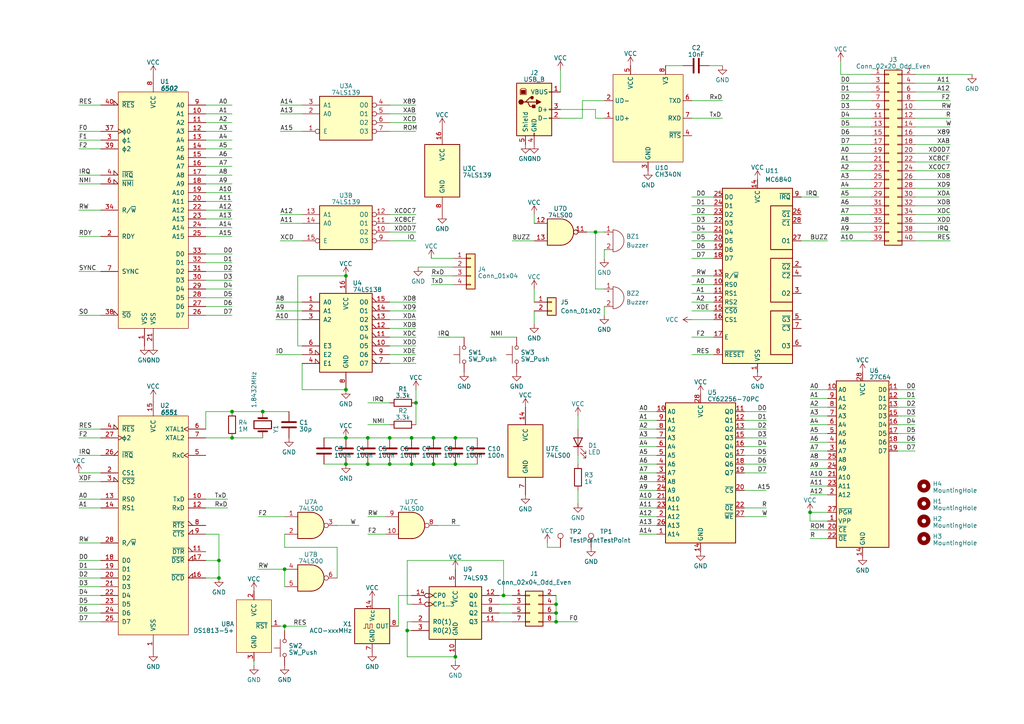
<source format=kicad_sch>
(kicad_sch (version 20231120) (generator "eeschema") (generator_version "8.0")
  (paper "A4")
  (junction (at 146.05 172.72))
  (junction (at 113.03 127))
  (junction (at 119.38 127))
  (junction (at 67.31 127))
  (junction (at 161.29 175.26))
  (junction (at 106.68 127))
  (junction (at 106.68 134.62))
  (junction (at 63.5 167.64))
  (junction (at 100.33 113.03))
  (junction (at 82.55 165.1))
  (junction (at 161.29 180.34))
  (junction (at 82.55 181.61))
  (junction (at 234.95 148.59))
  (junction (at 161.29 177.8))
  (junction (at 113.03 134.62))
  (junction (at 100.33 80.01))
  (junction (at 100.33 127))
  (junction (at 119.38 134.62))
  (junction (at 172.72 67.31))
  (junction (at 118.11 182.88))
  (junction (at 132.08 127))
  (junction (at 125.73 134.62))
  (junction (at 132.08 190.5))
  (junction (at 125.73 127))
  (junction (at 63.5 162.56))
  (junction (at 76.2 119.38))
  (junction (at 132.08 134.62))
  (junction (at 67.31 119.38))
  (junction (at 100.33 134.62))
  (junction (at 120.65 116.84))
  (wire (pts (xy 22.86 127) (xy 29.21 127)))
  (wire (pts (xy 265.43 62.23) (xy 275.59 62.23)))
  (wire (pts (xy 80.01 90.17) (xy 87.63 90.17)))
  (wire (pts (xy 265.43 52.07) (xy 275.59 52.07)))
  (wire (pts (xy 74.93 165.1) (xy 82.55 165.1)))
  (wire (pts (xy 113.03 35.56) (xy 120.65 35.56)))
  (wire (pts (xy 161.29 180.34) (xy 167.64 180.34)))
  (wire (pts (xy 158.75 157.48) (xy 158.75 158.75)))
  (wire (pts (xy 132.08 190.5) (xy 132.08 191.77)))
  (wire (pts (xy 260.35 120.65) (xy 265.43 120.65)))
  (wire (pts (xy 59.69 81.28) (xy 67.31 81.28)))
  (wire (pts (xy 234.95 120.65) (xy 240.03 120.65)))
  (wire (pts (xy 82.55 181.61) (xy 82.55 182.88)))
  (wire (pts (xy 132.08 134.62) (xy 138.43 134.62)))
  (wire (pts (xy 80.01 92.71) (xy 87.63 92.71)))
  (wire (pts (xy 59.69 43.18) (xy 67.31 43.18)))
  (wire (pts (xy 265.43 31.75) (xy 275.59 31.75)))
  (wire (pts (xy 154.94 83.82) (xy 154.94 87.63)))
  (wire (pts (xy 59.69 83.82) (xy 67.31 83.82)))
  (wire (pts (xy 234.95 135.89) (xy 240.03 135.89)))
  (wire (pts (xy 148.59 69.85) (xy 154.94 69.85)))
  (wire (pts (xy 97.79 152.4) (xy 104.14 152.4)))
  (wire (pts (xy 265.43 29.21) (xy 275.59 29.21)))
  (wire (pts (xy 106.68 154.94) (xy 111.76 154.94)))
  (wire (pts (xy 215.9 134.62) (xy 222.25 134.62)))
  (wire (pts (xy 234.95 140.97) (xy 240.03 140.97)))
  (wire (pts (xy 243.84 26.67) (xy 252.73 26.67)))
  (wire (pts (xy 119.38 134.62) (xy 125.73 134.62)))
  (wire (pts (xy 76.2 119.38) (xy 83.82 119.38)))
  (wire (pts (xy 93.98 127) (xy 100.33 127)))
  (wire (pts (xy 81.28 38.1) (xy 87.63 38.1)))
  (wire (pts (xy 172.72 83.82) (xy 172.72 67.31)))
  (wire (pts (xy 265.43 26.67) (xy 275.59 26.67)))
  (wire (pts (xy 22.86 165.1) (xy 29.21 165.1)))
  (wire (pts (xy 113.03 33.02) (xy 120.65 33.02)))
  (wire (pts (xy 185.42 144.78) (xy 190.5 144.78)))
  (wire (pts (xy 234.95 130.81) (xy 240.03 130.81)))
  (wire (pts (xy 22.86 68.58) (xy 29.21 68.58)))
  (wire (pts (xy 234.95 148.59) (xy 240.03 148.59)))
  (wire (pts (xy 87.63 113.03) (xy 100.33 113.03)))
  (wire (pts (xy 168.91 34.29) (xy 162.56 34.29)))
  (wire (pts (xy 265.43 39.37) (xy 275.59 39.37)))
  (wire (pts (xy 59.69 88.9) (xy 67.31 88.9)))
  (wire (pts (xy 125.095 82.55) (xy 131.445 82.55)))
  (wire (pts (xy 193.04 19.05) (xy 198.12 19.05)))
  (wire (pts (xy 162.56 20.32) (xy 162.56 26.67)))
  (wire (pts (xy 200.66 90.17) (xy 207.01 90.17)))
  (wire (pts (xy 175.26 83.82) (xy 172.72 83.82)))
  (wire (pts (xy 185.42 142.24) (xy 190.5 142.24)))
  (wire (pts (xy 200.66 85.09) (xy 207.01 85.09)))
  (wire (pts (xy 215.9 124.46) (xy 222.25 124.46)))
  (wire (pts (xy 113.03 95.25) (xy 120.65 95.25)))
  (wire (pts (xy 200.66 80.01) (xy 207.01 80.01)))
  (wire (pts (xy 234.95 148.59) (xy 234.95 151.13)))
  (wire (pts (xy 158.75 158.75) (xy 162.56 158.75)))
  (wire (pts (xy 22.86 60.96) (xy 29.21 60.96)))
  (wire (pts (xy 113.03 67.31) (xy 120.65 67.31)))
  (wire (pts (xy 127 152.4) (xy 133.35 152.4)))
  (wire (pts (xy 167.64 132.08) (xy 167.64 134.62)))
  (wire (pts (xy 167.64 142.24) (xy 167.64 146.05)))
  (wire (pts (xy 154.94 62.23) (xy 154.94 64.77)))
  (wire (pts (xy 215.9 137.16) (xy 222.25 137.16)))
  (wire (pts (xy 162.56 31.75) (xy 172.72 31.75)))
  (wire (pts (xy 185.42 119.38) (xy 190.5 119.38)))
  (wire (pts (xy 22.86 147.32) (xy 29.21 147.32)))
  (wire (pts (xy 119.38 180.34) (xy 118.11 180.34)))
  (wire (pts (xy 200.66 29.21) (xy 209.55 29.21)))
  (wire (pts (xy 22.86 43.18) (xy 29.21 43.18)))
  (wire (pts (xy 200.66 102.87) (xy 207.01 102.87)))
  (wire (pts (xy 59.69 55.88) (xy 67.31 55.88)))
  (wire (pts (xy 22.86 172.72) (xy 29.21 172.72)))
  (wire (pts (xy 120.65 116.84) (xy 120.65 123.19)))
  (wire (pts (xy 185.42 121.92) (xy 190.5 121.92)))
  (wire (pts (xy 265.43 46.99) (xy 275.59 46.99)))
  (wire (pts (xy 167.64 120.65) (xy 167.64 124.46)))
  (wire (pts (xy 113.03 97.79) (xy 120.65 97.79)))
  (wire (pts (xy 113.03 90.17) (xy 120.65 90.17)))
  (wire (pts (xy 234.95 151.13) (xy 240.03 151.13)))
  (wire (pts (xy 260.35 128.27) (xy 265.43 128.27)))
  (wire (pts (xy 232.41 69.85) (xy 240.03 69.85)))
  (wire (pts (xy 243.84 54.61) (xy 252.73 54.61)))
  (wire (pts (xy 113.03 105.41) (xy 120.65 105.41)))
  (wire (pts (xy 86.36 80.01) (xy 100.33 80.01)))
  (wire (pts (xy 172.72 34.29) (xy 175.26 34.29)))
  (wire (pts (xy 59.69 66.04) (xy 67.31 66.04)))
  (wire (pts (xy 168.91 29.21) (xy 168.91 34.29)))
  (wire (pts (xy 215.9 142.24) (xy 222.25 142.24)))
  (wire (pts (xy 265.43 24.13) (xy 275.59 24.13)))
  (wire (pts (xy 81.28 69.85) (xy 87.63 69.85)))
  (wire (pts (xy 265.43 49.53) (xy 275.59 49.53)))
  (wire (pts (xy 172.72 67.31) (xy 175.26 67.31)))
  (wire (pts (xy 185.42 139.7) (xy 190.5 139.7)))
  (wire (pts (xy 243.84 57.15) (xy 252.73 57.15)))
  (wire (pts (xy 113.03 30.48) (xy 120.65 30.48)))
  (wire (pts (xy 234.95 113.03) (xy 240.03 113.03)))
  (wire (pts (xy 260.35 125.73) (xy 265.43 125.73)))
  (wire (pts (xy 243.84 29.21) (xy 252.73 29.21)))
  (wire (pts (xy 106.68 134.62) (xy 113.03 134.62)))
  (wire (pts (xy 234.95 156.21) (xy 240.03 156.21)))
  (wire (pts (xy 22.86 175.26) (xy 29.21 175.26)))
  (wire (pts (xy 82.55 154.94) (xy 82.55 158.75)))
  (wire (pts (xy 243.84 44.45) (xy 252.73 44.45)))
  (wire (pts (xy 22.86 91.44) (xy 29.21 91.44)))
  (wire (pts (xy 74.93 149.86) (xy 82.55 149.86)))
  (wire (pts (xy 200.66 87.63) (xy 207.01 87.63)))
  (wire (pts (xy 22.86 78.74) (xy 29.21 78.74)))
  (wire (pts (xy 93.98 134.62) (xy 100.33 134.62)))
  (wire (pts (xy 200.66 97.79) (xy 207.01 97.79)))
  (wire (pts (xy 106.68 127) (xy 113.03 127)))
  (wire (pts (xy 113.03 127) (xy 119.38 127)))
  (wire (pts (xy 234.95 115.57) (xy 240.03 115.57)))
  (wire (pts (xy 243.84 39.37) (xy 252.73 39.37)))
  (wire (pts (xy 146.05 172.72) (xy 148.59 172.72)))
  (wire (pts (xy 234.95 138.43) (xy 240.03 138.43)))
  (wire (pts (xy 252.73 21.59) (xy 243.84 21.59)))
  (wire (pts (xy 243.84 41.91) (xy 252.73 41.91)))
  (wire (pts (xy 265.43 69.85) (xy 275.59 69.85)))
  (wire (pts (xy 59.69 144.78) (xy 66.04 144.78)))
  (wire (pts (xy 243.84 64.77) (xy 252.73 64.77)))
  (wire (pts (xy 265.43 41.91) (xy 275.59 41.91)))
  (wire (pts (xy 200.66 62.23) (xy 207.01 62.23)))
  (wire (pts (xy 59.69 147.32) (xy 66.04 147.32)))
  (wire (pts (xy 67.31 119.38) (xy 76.2 119.38)))
  (wire (pts (xy 115.57 172.72) (xy 115.57 181.61)))
  (wire (pts (xy 22.86 40.64) (xy 29.21 40.64)))
  (wire (pts (xy 200.66 72.39) (xy 207.01 72.39)))
  (wire (pts (xy 113.03 87.63) (xy 120.65 87.63)))
  (wire (pts (xy 59.69 127) (xy 67.31 127)))
  (wire (pts (xy 172.72 31.75) (xy 172.72 34.29)))
  (wire (pts (xy 59.69 162.56) (xy 63.5 162.56)))
  (wire (pts (xy 215.9 132.08) (xy 222.25 132.08)))
  (wire (pts (xy 127 97.79) (xy 134.62 97.79)))
  (wire (pts (xy 22.86 53.34) (xy 29.21 53.34)))
  (wire (pts (xy 243.84 24.13) (xy 252.73 24.13)))
  (wire (pts (xy 118.11 182.88) (xy 118.11 190.5)))
  (wire (pts (xy 234.95 118.11) (xy 240.03 118.11)))
  (wire (pts (xy 113.03 62.23) (xy 120.65 62.23)))
  (wire (pts (xy 87.63 100.33) (xy 86.36 100.33)))
  (wire (pts (xy 243.84 67.31) (xy 252.73 67.31)))
  (wire (pts (xy 265.43 34.29) (xy 275.59 34.29)))
  (wire (pts (xy 185.42 129.54) (xy 190.5 129.54)))
  (wire (pts (xy 265.43 57.15) (xy 275.59 57.15)))
  (wire (pts (xy 243.84 62.23) (xy 252.73 62.23)))
  (wire (pts (xy 67.31 127) (xy 76.2 127)))
  (wire (pts (xy 22.86 170.18) (xy 29.21 170.18)))
  (wire (pts (xy 185.42 147.32) (xy 190.5 147.32)))
  (wire (pts (xy 59.69 35.56) (xy 67.31 35.56)))
  (wire (pts (xy 59.69 119.38) (xy 67.31 119.38)))
  (wire (pts (xy 59.69 45.72) (xy 67.31 45.72)))
  (wire (pts (xy 59.69 60.96) (xy 67.31 60.96)))
  (wire (pts (xy 243.84 34.29) (xy 252.73 34.29)))
  (wire (pts (xy 232.41 57.15) (xy 237.49 57.15)))
  (wire (pts (xy 119.38 172.72) (xy 115.57 172.72)))
  (wire (pts (xy 59.69 167.64) (xy 63.5 167.64)))
  (wire (pts (xy 63.5 162.56) (xy 63.5 167.64)))
  (wire (pts (xy 81.28 30.48) (xy 87.63 30.48)))
  (wire (pts (xy 234.95 123.19) (xy 240.03 123.19)))
  (wire (pts (xy 22.86 124.46) (xy 29.21 124.46)))
  (wire (pts (xy 125.73 134.62) (xy 132.08 134.62)))
  (wire (pts (xy 185.42 134.62) (xy 190.5 134.62)))
  (wire (pts (xy 81.28 181.61) (xy 82.55 181.61)))
  (wire (pts (xy 22.86 144.78) (xy 29.21 144.78)))
  (wire (pts (xy 59.69 58.42) (xy 67.31 58.42)))
  (wire (pts (xy 22.86 162.56) (xy 29.21 162.56)))
  (wire (pts (xy 215.9 147.32) (xy 222.25 147.32)))
  (wire (pts (xy 59.69 91.44) (xy 67.31 91.44)))
  (wire (pts (xy 82.55 165.1) (xy 82.55 170.18)))
  (wire (pts (xy 200.66 34.29) (xy 209.55 34.29)))
  (wire (pts (xy 144.78 180.34) (xy 148.59 180.34)))
  (wire (pts (xy 22.86 137.16) (xy 29.21 137.16)))
  (wire (pts (xy 243.84 52.07) (xy 252.73 52.07)))
  (wire (pts (xy 22.86 30.48) (xy 29.21 30.48)))
  (wire (pts (xy 113.03 38.1) (xy 120.65 38.1)))
  (wire (pts (xy 59.69 30.48) (xy 67.31 30.48)))
  (wire (pts (xy 146.05 162.56) (xy 146.05 172.72)))
  (wire (pts (xy 113.03 92.71) (xy 120.65 92.71)))
  (wire (pts (xy 205.74 19.05) (xy 209.55 19.05)))
  (wire (pts (xy 260.35 130.81) (xy 265.43 130.81)))
  (wire (pts (xy 119.38 127) (xy 125.73 127)))
  (wire (pts (xy 200.66 59.69) (xy 207.01 59.69)))
  (wire (pts (xy 118.11 190.5) (xy 132.08 190.5)))
  (wire (pts (xy 132.08 127) (xy 138.43 127)))
  (wire (pts (xy 22.86 180.34) (xy 29.21 180.34)))
  (wire (pts (xy 80.01 102.87) (xy 87.63 102.87)))
  (wire (pts (xy 185.42 149.86) (xy 190.5 149.86)))
  (wire (pts (xy 265.43 67.31) (xy 275.59 67.31)))
  (wire (pts (xy 215.9 127) (xy 222.25 127)))
  (wire (pts (xy 175.26 72.39) (xy 175.26 74.93)))
  (wire (pts (xy 59.69 78.74) (xy 67.31 78.74)))
  (wire (pts (xy 161.29 175.26) (xy 161.29 177.8)))
  (wire (pts (xy 59.69 53.34) (xy 67.31 53.34)))
  (wire (pts (xy 59.69 33.02) (xy 67.31 33.02)))
  (wire (pts (xy 106.68 116.84) (xy 113.03 116.84)))
  (wire (pts (xy 125.73 127) (xy 132.08 127)))
  (wire (pts (xy 81.28 33.02) (xy 87.63 33.02)))
  (wire (pts (xy 185.42 137.16) (xy 190.5 137.16)))
  (wire (pts (xy 106.68 149.86) (xy 111.76 149.86)))
  (wire (pts (xy 265.43 54.61) (xy 275.59 54.61)))
  (wire (pts (xy 200.66 57.15) (xy 207.01 57.15)))
  (wire (pts (xy 120.65 113.03) (xy 120.65 116.84)))
  (wire (pts (xy 260.35 115.57) (xy 265.43 115.57)))
  (wire (pts (xy 59.69 40.64) (xy 67.31 40.64)))
  (wire (pts (xy 144.78 175.26) (xy 148.59 175.26)))
  (wire (pts (xy 185.42 124.46) (xy 190.5 124.46)))
  (wire (pts (xy 97.79 167.64) (xy 97.79 158.75)))
  (wire (pts (xy 113.03 102.87) (xy 120.65 102.87)))
  (wire (pts (xy 243.84 17.78) (xy 243.84 21.59)))
  (wire (pts (xy 243.84 59.69) (xy 252.73 59.69)))
  (wire (pts (xy 81.28 64.77) (xy 87.63 64.77)))
  (wire (pts (xy 215.9 129.54) (xy 222.25 129.54)))
  (wire (pts (xy 22.86 132.08) (xy 29.21 132.08)))
  (wire (pts (xy 161.29 172.72) (xy 161.29 175.26)))
  (wire (pts (xy 63.5 154.94) (xy 63.5 162.56)))
  (wire (pts (xy 59.69 68.58) (xy 67.31 68.58)))
  (wire (pts (xy 200.66 64.77) (xy 207.01 64.77)))
  (wire (pts (xy 118.11 175.26) (xy 118.11 162.56)))
  (wire (pts (xy 265.43 59.69) (xy 275.59 59.69)))
  (wire (pts (xy 125.095 80.01) (xy 131.445 80.01)))
  (wire (pts (xy 22.86 38.1) (xy 29.21 38.1)))
  (wire (pts (xy 215.9 119.38) (xy 222.25 119.38)))
  (wire (pts (xy 113.03 64.77) (xy 120.65 64.77)))
  (wire (pts (xy 170.18 67.31) (xy 172.72 67.31)))
  (wire (pts (xy 119.38 175.26) (xy 118.11 175.26)))
  (wire (pts (xy 234.95 125.73) (xy 240.03 125.73)))
  (wire (pts (xy 265.43 36.83) (xy 275.59 36.83)))
  (wire (pts (xy 243.84 46.99) (xy 252.73 46.99)))
  (wire (pts (xy 59.69 76.2) (xy 67.31 76.2)))
  (wire (pts (xy 265.43 21.59) (xy 281.94 21.59)))
  (wire (pts (xy 118.11 180.34) (xy 118.11 182.88)))
  (wire (pts (xy 59.69 154.94) (xy 63.5 154.94)))
  (wire (pts (xy 200.66 69.85) (xy 207.01 69.85)))
  (wire (pts (xy 243.84 69.85) (xy 252.73 69.85)))
  (wire (pts (xy 234.95 143.51) (xy 240.03 143.51)))
  (wire (pts (xy 118.11 162.56) (xy 146.05 162.56)))
  (wire (pts (xy 22.86 139.7) (xy 29.21 139.7)))
  (wire (pts (xy 144.78 177.8) (xy 148.59 177.8)))
  (wire (pts (xy 73.66 191.77) (xy 73.66 193.04)))
  (wire (pts (xy 243.84 31.75) (xy 252.73 31.75)))
  (wire (pts (xy 80.01 87.63) (xy 87.63 87.63)))
  (wire (pts (xy 59.69 73.66) (xy 67.31 73.66)))
  (wire (pts (xy 265.43 44.45) (xy 275.59 44.45)))
  (wire (pts (xy 200.66 82.55) (xy 207.01 82.55)))
  (wire (pts (xy 142.24 97.79) (xy 149.86 97.79)))
  (wire (pts (xy 118.11 182.88) (xy 119.38 182.88)))
  (wire (pts (xy 106.68 123.19) (xy 113.03 123.19)))
  (wire (pts (xy 200.66 92.71) (xy 207.01 92.71)))
  (wire (pts (xy 82.55 181.61) (xy 88.9 181.61)))
  (wire (pts (xy 59.69 63.5) (xy 67.31 63.5)))
  (wire (pts (xy 243.84 49.53) (xy 252.73 49.53)))
  (wire (pts (xy 59.69 50.8) (xy 67.31 50.8)))
  (wire (pts (xy 243.84 36.83) (xy 252.73 36.83)))
  (wire (pts (xy 22.86 167.64) (xy 29.21 167.64)))
  (wire (pts (xy 185.42 127) (xy 190.5 127)))
  (wire (pts (xy 113.03 69.85) (xy 120.65 69.85)))
  (wire (pts (xy 81.28 62.23) (xy 87.63 62.23)))
  (wire (pts (xy 22.86 157.48) (xy 29.21 157.48)))
  (wire (pts (xy 113.03 134.62) (xy 119.38 134.62)))
  (wire (pts (xy 260.35 118.11) (xy 265.43 118.11)))
  (wire (pts (xy 59.69 38.1) (xy 67.31 38.1)))
  (wire (pts (xy 125.095 74.93) (xy 131.445 74.93)))
  (wire (pts (xy 175.26 88.9) (xy 175.26 91.44)))
  (wire (pts (xy 59.69 48.26) (xy 67.31 48.26)))
  (wire (pts (xy 234.95 128.27) (xy 240.03 128.27)))
  (wire (pts (xy 234.95 153.67) (xy 240.03 153.67)))
  (wire (pts (xy 121.285 77.47) (xy 131.445 77.47)))
  (wire (pts (xy 22.86 50.8) (xy 29.21 50.8)))
  (wire (pts (xy 200.66 74.93) (xy 207.01 74.93)))
  (wire (pts (xy 59.69 124.46) (xy 59.69 119.38)))
  (wire (pts (xy 175.26 29.21) (xy 168.91 29.21)))
  (wire (pts (xy 185.42 152.4) (xy 190.5 152.4)))
  (wire (pts (xy 234.95 133.35) (xy 240.03 133.35)))
  (wire (pts (xy 260.35 113.03) (xy 265.43 113.03)))
  (wire (pts (xy 59.69 86.36) (xy 67.31 86.36)))
  (wire (pts (xy 185.42 154.94) (xy 190.5 154.94)))
  (wire (pts (xy 144.78 172.72) (xy 146.05 172.72)))
  (wire (pts (xy 100.33 127) (xy 106.68 127)))
  (wire (pts (xy 22.86 177.8) (xy 29.21 177.8)))
  (wire (pts (xy 154.94 90.17) (xy 154.94 93.98)))
  (wire (pts (xy 215.9 149.86) (xy 222.25 149.86)))
  (wire (pts (xy 161.29 177.8) (xy 161.29 180.34)))
  (wire (pts (xy 215.9 121.92) (xy 222.25 121.92)))
  (wire (pts (xy 87.63 105.41) (xy 87.63 113.03)))
  (wire (pts (xy 200.66 67.31) (xy 207.01 67.31)))
  (wire (pts (xy 100.33 134.62) (xy 106.68 134.62)))
  (wire (pts (xy 86.36 100.33) (xy 86.36 80.01)))
  (wire (pts (xy 185.42 132.08) (xy 190.5 132.08)))
  (wire (pts (xy 260.35 123.19) (xy 265.43 123.19)))
  (wire (pts (xy 97.79 158.75) (xy 82.55 158.75)))
  (wire (pts (xy 113.03 100.33) (xy 120.65 100.33)))
  (wire (pts (xy 265.43 64.77) (xy 275.59 64.77)))
  (label "XDF" (at 22.86 139.7 0))
  (label "D6" (at 64.77 88.9 0))
  (label "D5" (at 262.89 125.73 0))
  (label "A0" (at 234.95 113.03 0))
  (label "A7" (at 63.5 48.26 0))
  (label "D6" (at 22.86 177.8 0))
  (label "D1" (at 64.77 76.2 0))
  (label "A12" (at 81.28 62.23 0))
  (label "XDB" (at 271.78 59.69 0))
  (label "A6" (at 185.42 134.62 0))
  (label "A10" (at 80.01 92.71 0))
  (label "A8" (at 243.84 64.77 0))
  (label "RW" (at 22.86 60.96 0))
  (label "A8" (at 185.42 139.7 0))
  (label "A13" (at 81.28 33.02 0))
  (label "IRQ" (at 22.86 132.08 0))
  (label "A8" (at 80.01 87.63 0))
  (label "RES" (at 22.86 124.46 0))
  (label "D3" (at 262.89 120.65 0))
  (label "RES" (at 201.93 102.87 0))
  (label "A11" (at 271.78 24.13 0))
  (label "A14" (at 63.5 66.04 0))
  (label "D5" (at 22.86 175.26 0))
  (label "X89" (at 116.84 30.48 0))
  (label "A1" (at 63.5 33.02 0))
  (label "A3" (at 234.95 120.65 0))
  (label "D3" (at 201.93 64.77 0))
  (label "D2" (at 243.84 29.21 0))
  (label "IRQ" (at 271.78 67.31 0))
  (label "A12" (at 234.95 143.51 0))
  (label "A4" (at 243.84 54.61 0))
  (label "D2" (at 262.89 118.11 0))
  (label "D0" (at 219.71 119.38 0))
  (label "XDD" (at 116.84 100.33 0))
  (label "XCD" (at 81.28 69.85 0))
  (label "F2" (at 106.68 154.94 0))
  (label "W" (at 101.6 152.4 0))
  (label "SYNC" (at 22.86 78.74 0))
  (label "A15" (at 63.5 68.58 0))
  (label "F2" (at 201.93 97.79 0))
  (label "D1" (at 243.84 26.67 0))
  (label "D0" (at 201.93 57.15 0))
  (label "A2" (at 243.84 49.53 0))
  (label "RES" (at 85.09 181.61 0))
  (label "IO" (at 118.11 69.85 0))
  (label "X89" (at 271.78 39.37 0))
  (label "IO" (at 80.01 102.87 0))
  (label "F1" (at 22.86 40.64 0))
  (label "NMI" (at 142.24 97.79 0))
  (label "A5" (at 185.42 132.08 0))
  (label "D1" (at 219.71 121.92 0))
  (label "A8" (at 63.5 50.8 0))
  (label "A14" (at 81.28 30.48 0))
  (label "RxD" (at 125.095 80.01 0))
  (label "F0" (at 22.86 38.1 0))
  (label "A1" (at 185.42 121.92 0))
  (label "D0" (at 64.77 73.66 0))
  (label "D2" (at 64.77 78.74 0))
  (label "D5" (at 219.71 132.08 0))
  (label "D6" (at 219.71 134.62 0))
  (label "A9" (at 80.01 90.17 0))
  (label "A4" (at 185.42 129.54 0))
  (label "D6" (at 201.93 72.39 0))
  (label "D7" (at 201.93 74.93 0))
  (label "A10" (at 234.95 138.43 0))
  (label "A2" (at 63.5 35.56 0))
  (label "XD9" (at 116.84 90.17 0))
  (label "D0" (at 243.84 24.13 0))
  (label "A1" (at 22.86 147.32 0))
  (label "RW" (at 22.86 157.48 0))
  (label "A2" (at 201.93 87.63 0))
  (label "A10" (at 185.42 144.78 0))
  (label "NMI" (at 22.86 53.34 0))
  (label "A4" (at 63.5 40.64 0))
  (label "A2" (at 185.42 124.46 0))
  (label "A13" (at 63.5 63.5 0))
  (label "D4" (at 219.71 129.54 0))
  (label "D7" (at 22.86 180.34 0))
  (label "RDY" (at 22.86 68.58 0))
  (label "D7" (at 262.89 130.81 0))
  (label "XC8CF" (at 114.3 64.77 0))
  (label "A11" (at 81.28 64.77 0))
  (label "SO" (at 22.86 91.44 0))
  (label "D5" (at 201.93 69.85 0))
  (label "XDB" (at 116.84 95.25 0))
  (label "A13" (at 185.42 152.4 0))
  (label "D7" (at 243.84 41.91 0))
  (label "A9" (at 185.42 142.24 0))
  (label "D3" (at 22.86 170.18 0))
  (label "RW" (at 106.68 149.86 0))
  (label "R" (at 220.98 147.32 0))
  (label "XDD" (at 271.78 64.77 0))
  (label "TxD" (at 125.095 82.55 0))
  (label "F0" (at 165.1 180.34 0))
  (label "A8" (at 234.95 133.35 0))
  (label "XD0D7" (at 114.3 67.31 0))
  (label "A0" (at 185.42 119.38 0))
  (label "A2" (at 234.95 118.11 0))
  (label "RES" (at 271.78 69.85 0))
  (label "A14" (at 185.42 154.94 0))
  (label "IRQ" (at 22.86 50.8 0))
  (label "A15" (at 81.28 38.1 0))
  (label "XD8" (at 116.84 87.63 0))
  (label "XD9" (at 271.78 54.61 0))
  (label "F2" (at 74.93 149.86 0))
  (label "NMI" (at 107.95 123.19 0))
  (label "R" (at 234.95 156.21 0))
  (label "D3" (at 219.71 127 0))
  (label "D5" (at 64.77 86.36 0))
  (label "IRQ" (at 233.68 57.15 0))
  (label "D4" (at 243.84 34.29 0))
  (label "A0" (at 243.84 44.45 0))
  (label "D4" (at 262.89 123.19 0))
  (label "BUZZ" (at 148.59 69.85 0))
  (label "A11" (at 63.5 58.42 0))
  (label "D2" (at 201.93 62.23 0))
  (label "D1" (at 201.93 59.69 0))
  (label "RW" (at 273.05 31.75 0))
  (label "A5" (at 63.5 43.18 0))
  (label "IRQ" (at 107.95 116.84 0))
  (label "F2" (at 273.05 29.21 0))
  (label "A6" (at 243.84 59.69 0))
  (label "D3" (at 64.77 81.28 0))
  (label "ROM" (at 234.95 153.67 0))
  (label "XC0C7" (at 269.24 49.53 0))
  (label "D1" (at 22.86 165.1 0))
  (label "A1" (at 201.93 85.09 0))
  (label "D4" (at 201.93 67.31 0))
  (label "D4" (at 22.86 172.72 0))
  (label "A11" (at 185.42 147.32 0))
  (label "A1" (at 234.95 115.57 0))
  (label "A0" (at 201.93 82.55 0))
  (label "D7" (at 219.71 137.16 0))
  (label "XDC" (at 271.78 62.23 0))
  (label "A5" (at 234.95 125.73 0))
  (label "XDE" (at 201.93 90.17 0))
  (label "D0" (at 22.86 162.56 0))
  (label "XC8CF" (at 269.24 46.99 0))
  (label "A4" (at 234.95 123.19 0))
  (label "F2" (at 22.86 43.18 0))
  (label "D2" (at 219.71 124.46 0))
  (label "A1" (at 243.84 46.99 0))
  (label "D5" (at 243.84 36.83 0))
  (label "XAB" (at 116.84 33.02 0))
  (label "XAB" (at 271.78 41.91 0))
  (label "W" (at 274.32 36.83 0))
  (label "A3" (at 185.42 127 0))
  (label "BUZZ" (at 234.95 69.85 0))
  (label "A6" (at 234.95 128.27 0))
  (label "A9" (at 63.5 53.34 0))
  (label "IRQ" (at 127 97.79 0))
  (label "D2" (at 22.86 167.64 0))
  (label "XCD" (at 116.84 35.56 0))
  (label "RxD" (at 205.74 29.21 0))
  (label "A12" (at 63.5 60.96 0))
  (label "D4" (at 64.77 83.82 0))
  (label "A5" (at 243.84 57.15 0))
  (label "R" (at 130.81 152.4 0))
  (label "A7" (at 234.95 130.81 0))
  (label "D1" (at 262.89 115.57 0))
  (label "XD0D7" (at 269.24 44.45 0))
  (label "XDC" (at 116.84 97.79 0))
  (label "A9" (at 243.84 67.31 0))
  (label "RW" (at 201.93 80.01 0))
  (label "XDA" (at 271.78 57.15 0))
  (label "A6" (at 63.5 45.72 0))
  (label "A7" (at 185.42 137.16 0))
  (label "R" (at 274.32 34.29 0))
  (label "RES" (at 22.86 30.48 0))
  (label "F2" (at 22.86 127 0))
  (label "A10" (at 243.84 69.85 0))
  (label "D6" (at 262.89 128.27 0))
  (label "A3" (at 243.84 52.07 0))
  (label "TxD" (at 205.74 34.29 0))
  (label "XD8" (at 271.78 52.07 0))
  (label "A0" (at 63.5 30.48 0))
  (label "TxD" (at 62.23 144.78 0))
  (label "RW" (at 74.93 165.1 0))
  (label "XC0C7" (at 114.3 62.23 0))
  (label "D3" (at 243.84 31.75 0))
  (label "W" (at 220.98 149.86 0))
  (label "A12" (at 185.42 149.86 0))
  (label "A10" (at 63.5 55.88 0))
  (label "XDE" (at 116.84 102.87 0))
  (label "XDF" (at 116.84 105.41 0))
  (label "A3" (at 63.5 38.1 0))
  (label "A15" (at 219.71 142.24 0))
  (label "XDA" (at 116.84 92.71 0))
  (label "D6" (at 243.84 39.37 0))
  (label "D0" (at 262.89 113.03 0))
  (label "RxD" (at 62.23 147.32 0))
  (label "A7" (at 243.84 62.23 0))
  (label "A11" (at 234.95 140.97 0))
  (label "ROM" (at 116.84 38.1 0))
  (label "D7" (at 64.77 91.44 0))
  (label "A9" (at 234.95 135.89 0))
  (label "A0" (at 22.86 144.78 0))
  (label "A12" (at 271.78 26.67 0))
  (symbol (lib_id "power:GND") (at 63.5 167.64 0) (unit 1)
    (property "Reference" "#PWR018" (effects (hide yes)))
    (property "Value" "GND" (at 63.5 171.7755 0))
  )
  (symbol (lib_id "Device:LED") (at 167.64 128.27 90) (unit 1)
    (property "Reference" "D1" (at 170.561 129.2138 90) (effects (justify right)))
    (property "Value" "LED" (at 170.561 131.1348 90) (effects (justify right)))
    (property "Footprint" "Diode_SMD:D_0805_2012Metric" (effects (hide yes)))
  )
  (symbol (lib_id "74xx:74LS93") (at 132.08 177.8 0) (unit 1)
    (property "Reference" "U9" (at 134.2741 165.1 0) (effects (justify left)))
    (property "Value" "74LS93" (at 134.2741 167.64 0) (effects (justify left)))
    (property "Footprint" "Package_DIP:DIP-14_W7.62mm_LongPads" (effects (hide yes)))
    (property "Datasheet" "http://www.ti.com/lit/gpn/sn74LS93" (effects (hide yes)))
  )
  (symbol (lib_id "power:VCC") (at 44.45 21.59 0) (unit 1)
    (property "Reference" "#PWR05" (effects (hide yes)))
    (property "Value" "VCC" (at 44.45 18.0881 0))
  )
  (symbol (lib_id "Connector:TestPoint") (at 162.56 158.75 0) (unit 1)
    (property "Reference" "TP2" (at 165.1 154.178 0) (effects (justify left)))
    (property "Value" "TestPoint" (at 165.1 156.718 0) (effects (justify left)))
    (property "Footprint" "Connector_PinHeader_2.54mm:PinHeader_1x01_P2.54mm_Vertical" (effects (hide yes)))
  )
  (symbol (lib_id "power:GND") (at 152.4 41.91 0) (unit 1)
    (property "Reference" "#PWR023" (effects (hide yes)))
    (property "Value" "GND" (at 152.4 46.0455 0))
  )
  (symbol (lib_id "power:VCC") (at 154.94 83.82 0) (unit 1)
    (property "Reference" "#PWR053" (effects (hide yes)))
    (property "Value" "VCC" (at 154.94 80.3181 0))
  )
  (symbol (lib_id "power:GND") (at 281.94 21.59 0) (unit 1)
    (property "Reference" "#PWR036" (effects (hide yes)))
    (property "Value" "GND" (at 281.94 25.7255 0))
  )
  (symbol (lib_id "power:GND") (at 73.66 193.04 0) (unit 1)
    (property "Reference" "#PWR025" (effects (hide yes)))
    (property "Value" "GND" (at 73.66 197.1755 0))
  )
  (symbol (lib_id "74xx:74LS138") (at 100.33 95.25 0) (unit 1)
    (property "Reference" "U4" (at 102.2859 82.0801 0) (effects (justify left)))
    (property "Value" "74LS138" (at 102.2859 84.0011 0) (effects (justify left)))
    (property "Footprint" "Package_DIP:DIP-16_W7.62mm_LongPads" (effects (hide yes)))
    (property "Datasheet" "http://www.ti.com/lit/gpn/sn74LS138" (effects (hide yes)))
  )
  (symbol (lib_id "74xx:74LS00") (at 90.17 152.4 0) (unit 1)
    (property "Reference" "U7" (at 90.1617 145.5801 0))
    (property "Value" "74LS00" (at 90.1617 147.5011 0))
    (property "Footprint" "Package_DIP:DIP-14_W7.62mm_LongPads" (effects (hide yes)))
    (property "Datasheet" "http://www.ti.com/lit/gpn/sn74ls00" (effects (hide yes)))
  )
  (symbol (lib_id "power:VCC") (at 22.86 137.16 0) (unit 1)
    (property "Reference" "#PWR017" (effects (hide yes)))
    (property "Value" "VCC" (at 22.86 133.6581 0))
  )
  (symbol (lib_id "74xx:74LS00") (at 90.17 167.64 0) (unit 2)
    (property "Reference" "U7" (at 90.1617 160.8201 0))
    (property "Value" "74LS00" (at 90.1617 162.7411 0))
    (property "Footprint" "Package_DIP:DIP-14_W7.62mm_LongPads" (effects (hide yes)))
    (property "Datasheet" "http://www.ti.com/lit/gpn/sn74ls00" (effects (hide yes)))
  )
  (symbol (lib_id "power:GND") (at 83.82 127 0) (unit 1)
    (property "Reference" "#PWR019" (effects (hide yes)))
    (property "Value" "GND" (at 83.82 131.1355 0))
  )
  (symbol (lib_id "power:VCC") (at 162.56 20.32 0) (unit 1)
    (property "Reference" "#PWR027" (effects (hide yes)))
    (property "Value" "VCC" (at 162.56 16.8181 0))
  )
  (symbol (lib_id "Device:R") (at 116.84 123.19 90) (unit 1)
    (property "Reference" "R2" (at 116.84 119.1641 90))
    (property "Value" "3.3k" (at 116.84 121.0851 90))
    (property "Footprint" "Resistor_SMD:R_0805_2012Metric" (effects (hide yes)))
  )
  (symbol (lib_id "Device:R") (at 67.31 123.19 180) (unit 1)
    (property "Reference" "R4" (at 69.088 122.5463 0) (effects (justify right)))
    (property "Value" "1M" (at 69.088 124.4673 0) (effects (justify right)))
    (property "Footprint" "Resistor_SMD:R_0805_2012Metric" (effects (hide yes)))
  )
  (symbol (lib_id "Device:C") (at 106.68 130.81 180) (unit 1)
    (property "Reference" "C5" (at 109.601 130.1663 0) (effects (justify right)))
    (property "Value" "100n" (at 109.601 132.0873 0) (effects (justify right)))
    (property "Footprint" "Capacitor_SMD:C_0805_2012Metric" (effects (hide yes)))
  )
  (symbol (lib_id "Device:C") (at 132.08 130.81 180) (unit 1)
    (property "Reference" "C9" (at 135.001 130.1663 0) (effects (justify right)))
    (property "Value" "100n" (at 135.001 132.0873 0) (effects (justify right)))
    (property "Footprint" "Capacitor_SMD:C_0805_2012Metric" (effects (hide yes)))
  )
  (symbol (lib_id "power:GND") (at 209.55 19.05 0) (unit 1)
    (property "Reference" "#PWR030" (effects (hide yes)))
    (property "Value" "GND" (at 209.55 23.1855 0))
  )
  (symbol (lib_id "power:VCC") (at 250.19 107.95 0) (unit 1)
    (property "Reference" "#PWR04" (effects (hide yes)))
    (property "Value" "VCC" (at 250.19 104.4481 0))
  )
  (symbol (lib_id "power:VCC") (at 152.4 118.11 0) (unit 1)
    (property "Reference" "#PWR014" (effects (hide yes)))
    (property "Value" "VCC" (at 152.4 114.6081 0))
  )
  (symbol (lib_id "74xx:74LS139") (at 100.33 33.02 0) (unit 1)
    (property "Reference" "U3" (at 100.33 24.9301 0))
    (property "Value" "74LS139" (at 100.33 26.8511 0))
    (property "Footprint" "Package_DIP:DIP-16_W7.62mm_LongPads" (effects (hide yes)))
    (property "Datasheet" "http://www.ti.com/lit/ds/symlink/sn74ls139a.pdf" (effects (hide yes)))
  )
  (symbol (lib_id "Device:C") (at 113.03 130.81 180) (unit 1)
    (property "Reference" "C6" (at 115.951 130.1663 0) (effects (justify right)))
    (property "Value" "100n" (at 115.951 132.0873 0) (effects (justify right)))
    (property "Footprint" "Capacitor_SMD:C_0805_2012Metric" (effects (hide yes)))
  )
  (symbol (lib_id "Mechanical:MountingHole") (at 267.97 140.97 0) (unit 1)
    (property "Reference" "H4" (at 270.51 140.3263 0) (effects (justify left)))
    (property "Value" "MountingHole" (at 270.51 142.2473 0) (effects (justify left)))
    (property "Footprint" "MountingHole:MountingHole_3.2mm_M3" (effects (hide yes)))
  )
  (symbol (lib_id "power:GND") (at 219.71 107.95 0) (unit 1)
    (property "Reference" "#PWR047" (effects (hide yes)))
    (property "Value" "GND" (at 219.71 112.0855 0))
  )
  (symbol (lib_id "Connector_Generic:Conn_01x04") (at 136.525 77.47 0) (unit 1)
    (property "Reference" "J4" (at 138.557 78.0963 0) (effects (justify left)))
    (property "Value" "Conn_01x04" (at 138.557 80.0173 0) (effects (justify left)))
    (property "Footprint" "Connector_Molex:Molex_KK-254_AE-6410-04A_1x04_P2.54mm_Vertical" (effects (hide yes)))
  )
  (symbol (lib_id "74xx:74LS00") (at 162.56 67.31 0) (unit 4)
    (property "Reference" "U7" (at 162.5517 60.4901 0))
    (property "Value" "74LS00" (at 162.5517 62.4111 0))
    (property "Footprint" "Package_DIP:DIP-14_W7.62mm_LongPads" (effects (hide yes)))
    (property "Datasheet" "http://www.ti.com/lit/gpn/sn74ls00" (effects (hide yes)))
  )
  (symbol (lib_id "wch-usb-uart:CH340N") (at 187.96 34.29 0) (unit 1)
    (property "Reference" "U10" (at 189.9159 48.6617 0) (effects (justify left)))
    (property "Value" "CH340N" (at 189.9159 50.5827 0) (effects (justify left)))
    (property "Footprint" "Package_SO:SOP-8_3.9x4.9mm_P1.27mm" (effects (hide yes)))
  )
  (symbol (lib_id "65xx:6502") (at 44.45 60.96 0) (unit 1)
    (property "Reference" "U1" (at 46.4059 23.6395 0) (effects (justify left)))
    (property "Value" "6502" (at 46.4059 25.6795 0) (effects (font (bold yes) (italic yes)) (justify left)))
    (property "Footprint" "Package_DIP:DIP-40_W15.24mm_LongPads" (effects (hide yes)))
    (property "Datasheet" "http://www.6502.org/documents/datasheets/mos/mos_6500_mpu_mar_1980.pdf" (effects (hide yes)))
  )
  (symbol (lib_id "74xx:74LS139") (at 100.33 64.77 0) (unit 2)
    (property "Reference" "U3" (at 100.33 56.6801 0))
    (property "Value" "74LS139" (at 100.33 58.6011 0))
    (property "Footprint" "Package_DIP:DIP-16_W7.62mm_LongPads" (effects (hide yes)))
    (property "Datasheet" "http://www.ti.com/lit/ds/symlink/sn74ls139a.pdf" (effects (hide yes)))
  )
  (symbol (lib_id "power:VCC") (at 120.65 113.03 0) (unit 1)
    (property "Reference" "#PWR039" (effects (hide yes)))
    (property "Value" "VCC" (at 120.65 109.5281 0))
  )
  (symbol (lib_id "power:VCC") (at 44.45 115.57 0) (unit 1)
    (property "Reference" "#PWR01" (effects (hide yes)))
    (property "Value" "VCC" (at 44.45 112.0681 0))
  )
  (symbol (lib_id "Connector_Generic:Conn_01x02") (at 160.02 87.63 0) (unit 1)
    (property "Reference" "J5" (at 162.56 87.6299 0) (effects (justify left)))
    (property "Value" "Conn_01x02" (at 162.56 90.1699 0) (effects (justify left)))
    (property "Footprint" "Connector_Molex:Molex_KK-254_AE-6410-02A_1x02_P2.54mm_Vertical" (effects (hide yes)))
    (property "Description" "Generic connector, single row, 01x02, script generated (kicad-library-utils/schlib/autogen/connector/)" (effects (hide yes)))
  )
  (symbol (lib_id "Connector:USB_B") (at 154.94 31.75 0) (unit 1)
    (property "Reference" "J2" (at 154.94 21.1201 0))
    (property "Value" "USB_B" (at 154.94 23.0411 0))
    (property "Footprint" "Connector_USB:USB_B_Lumberg_2411_02_Horizontal" (effects (hide yes)))
    (property "Datasheet" " ~" (effects (hide yes)))
  )
  (symbol (lib_id "Connector_Generic:Conn_02x20_Odd_Even") (at 257.81 44.45 0) (unit 1)
    (property "Reference" "J3" (at 259.08 17.3101 0))
    (property "Value" "Conn_02x20_Odd_Even" (at 259.08 19.2311 0))
    (property "Footprint" "Connector_PinHeader_2.54mm:PinHeader_2x20_P2.54mm_Vertical" (effects (hide yes)))
  )
  (symbol (lib_id "Device:C") (at 83.82 123.19 180) (unit 1)
    (property "Reference" "C1" (at 86.741 122.5463 0) (effects (justify right)))
    (property "Value" "30p" (at 86.741 124.4673 0) (effects (justify right)))
    (property "Footprint" "Capacitor_SMD:C_0805_2012Metric" (effects (hide yes)))
  )
  (symbol (lib_id "Switch:SW_Push") (at 134.62 102.87 90) (unit 1)
    (property "Reference" "SW1" (at 135.763 102.2263 90) (effects (justify right)))
    (property "Value" "SW_Push" (at 135.763 104.1473 90) (effects (justify right)))
    (property "Footprint" "Button_Switch_THT:SW_PUSH_6mm_H4.3mm" (effects (hide yes)))
  )
  (symbol (lib_id "power:VCC") (at 125.095 74.93 0) (unit 1)
    (property "Reference" "#PWR032" (effects (hide yes)))
    (property "Value" "VCC" (at 125.095 71.4281 0))
  )
  (symbol (lib_id "Interface:MC6840") (at 219.71 80.01 0) (unit 1)
    (property "Reference" "U11" (at 221.9041 49.53 0) (effects (justify left)))
    (property "Value" "MC6840" (at 221.9041 52.07 0) (effects (justify left)))
    (property "Footprint" "Package_DIP:DIP-28_W15.24mm" (effects (hide yes)))
    (property "Datasheet" "http://pdf.datasheetcatalog.com/datasheet/motorola/MC6840.pdf" (effects (hide yes)))
    (property "Description" "Motorola Programmable Timer Module, 1.0MHz, DIP-28" (effects (hide yes)))
  )
  (symbol (lib_id "power:GND") (at 107.95 189.23 0) (unit 1)
    (property "Reference" "#PWR021" (effects (hide yes)))
    (property "Value" "GND" (at 107.95 193.3655 0))
  )
  (symbol (lib_id "power:VCC") (at 182.88 19.05 0) (unit 1)
    (property "Reference" "#PWR028" (effects (hide yes)))
    (property "Value" "VCC" (at 182.88 15.5481 0))
  )
  (symbol (lib_id "Mechanical:MountingHole") (at 267.97 151.13 0) (unit 1)
    (property "Reference" "H2" (at 270.51 150.4863 0) (effects (justify left)))
    (property "Value" "MountingHole" (at 270.51 152.4073 0) (effects (justify left)))
    (property "Footprint" "MountingHole:MountingHole_3.2mm_M3" (effects (hide yes)))
  )
  (symbol (lib_id "power:VCC") (at 154.94 62.23 0) (unit 1)
    (property "Reference" "#PWR050" (effects (hide yes)))
    (property "Value" "VCC" (at 154.94 58.7281 0))
  )
  (symbol (lib_id "power:GND") (at 149.86 107.95 0) (unit 1)
    (property "Reference" "#PWR041" (effects (hide yes)))
    (property "Value" "GND" (at 149.86 112.0855 0))
  )
  (symbol (lib_id "power:VCC") (at 73.66 171.45 0) (unit 1)
    (property "Reference" "#PWR024" (effects (hide yes)))
    (property "Value" "VCC" (at 73.66 167.9481 0))
  )
  (symbol (lib_id "Connector:TestPoint") (at 171.45 158.75 0) (unit 1)
    (property "Reference" "TP1" (at 173.99 154.178 0) (effects (justify left)))
    (property "Value" "TestPoint" (at 173.99 156.718 0) (effects (justify left)))
    (property "Footprint" "Connector_PinHeader_2.54mm:PinHeader_1x01_P2.54mm_Vertical" (effects (hide yes)))
  )
  (symbol (lib_id "Connector_Generic:Conn_02x04_Odd_Even") (at 153.67 175.26 0) (unit 1)
    (property "Reference" "J1" (at 154.94 166.37 0))
    (property "Value" "Conn_02x04_Odd_Even" (at 154.94 168.91 0))
    (property "Footprint" "Connector_PinHeader_2.54mm:PinHeader_2x04_P2.54mm_Vertical" (effects (hide yes)))
  )
  (symbol (lib_id "power:GND") (at 134.62 107.95 0) (unit 1)
    (property "Reference" "#PWR040" (effects (hide yes)))
    (property "Value" "GND" (at 134.62 112.0855 0))
  )
  (symbol (lib_id "power:GND") (at 152.4 143.51 0) (unit 1)
    (property "Reference" "#PWR015" (effects (hide yes)))
    (property "Value" "GND" (at 152.4 147.6455 0))
  )
  (symbol (lib_id "Oscillator:ACO-xxxMHz") (at 107.95 181.61 0) (unit 1)
    (property "Reference" "X1" (at 102.108 180.9663 0) (effects (justify right)))
    (property "Value" "ACO-xxxMHz" (at 102.108 182.8873 0) (effects (justify right)))
    (property "Footprint" "Oscillator:Oscillator_DIP-14" (effects (hide yes)))
    (property "Datasheet" "http://www.conwin.com/datasheets/cx/cx030.pdf" (effects (hide yes)))
  )
  (symbol (lib_id "Device:Buzzer") (at 177.8 86.36 0) (unit 1)
    (property "Reference" "BZ2" (at 181.61 85.0899 0) (effects (justify left)))
    (property "Value" "Buzzer" (at 181.61 87.6299 0) (effects (justify left)))
    (property "Footprint" "Buzzer_Beeper:Buzzer_12x9.5RM7.6" (effects (hide yes)))
    (property "Description" "Buzzer, polarized" (effects (hide yes)))
  )
  (symbol (lib_id "Device:C") (at 119.38 130.81 180) (unit 1)
    (property "Reference" "C7" (at 122.301 130.1663 0) (effects (justify right)))
    (property "Value" "100n" (at 122.301 132.0873 0) (effects (justify right)))
    (property "Footprint" "Capacitor_SMD:C_0805_2012Metric" (effects (hide yes)))
  )
  (symbol (lib_id "Device:R") (at 167.64 138.43 180) (unit 1)
    (property "Reference" "R3" (at 169.418 137.7863 0) (effects (justify right)))
    (property "Value" "1k" (at 169.418 139.7073 0) (effects (justify right)))
    (property "Footprint" "Resistor_SMD:R_0805_2012Metric" (effects (hide yes)))
  )
  (symbol (lib_id "74xx:74LS00") (at 152.4 130.81 0) (unit 5)
    (property "Reference" "U7" (at 158.242 130.1663 0) (effects (justify left)))
    (property "Value" "74LS00" (at 158.242 132.0873 0) (effects (justify left)))
    (property "Footprint" "Package_DIP:DIP-14_W7.62mm_LongPads" (effects (hide yes)))
    (property "Datasheet" "http://www.ti.com/lit/gpn/sn74ls00" (effects (hide yes)))
  )
  (symbol (lib_id "power:GND") (at 82.55 193.04 0) (unit 1)
    (property "Reference" "#PWR026" (effects (hide yes)))
    (property "Value" "GND" (at 82.55 197.1755 0))
  )
  (symbol (lib_id "power:GND") (at 175.26 74.93 0) (unit 1)
    (property "Reference" "#PWR051" (effects (hide yes)))
    (property "Value" "GND" (at 175.26 79.0655 0))
  )
  (symbol (lib_id "power:VCC") (at 158.75 157.48 0) (unit 1)
    (property "Reference" "#PWR045" (effects (hide yes)))
    (property "Value" "VCC" (at 158.75 153.9781 0))
  )
  (symbol (lib_id "Mechanical:MountingHole") (at 267.97 146.05 0) (unit 1)
    (property "Reference" "H1" (at 270.51 145.4063 0) (effects (justify left)))
    (property "Value" "MountingHole" (at 270.51 147.3273 0) (effects (justify left)))
    (property "Footprint" "MountingHole:MountingHole_3.2mm_M3" (effects (hide yes)))
  )
  (symbol (lib_id "power:GND") (at 154.94 93.98 0) (unit 1)
    (property "Reference" "#PWR052" (effects (hide yes)))
    (property "Value" "GND" (at 154.94 98.1155 0))
  )
  (symbol (lib_id "power:VCC") (at 243.84 17.78 0) (unit 1)
    (property "Reference" "#PWR035" (effects (hide yes)))
    (property "Value" "VCC" (at 243.84 14.2781 0))
  )
  (symbol (lib_id "Device:R") (at 116.84 116.84 90) (unit 1)
    (property "Reference" "R1" (at 116.84 112.8141 90))
    (property "Value" "3.3k" (at 116.84 114.7351 90))
    (property "Footprint" "Resistor_SMD:R_0805_2012Metric" (effects (hide yes)))
  )
  (symbol (lib_id "power:GND") (at 44.45 189.23 0) (unit 1)
    (property "Reference" "#PWR08" (effects (hide yes)))
    (property "Value" "GND" (at 44.45 193.3655 0))
  )
  (symbol (lib_id "Device:C") (at 125.73 130.81 180) (unit 1)
    (property "Reference" "C8" (at 128.651 130.1663 0) (effects (justify right)))
    (property "Value" "100n" (at 128.651 132.0873 0) (effects (justify right)))
    (property "Footprint" "Capacitor_SMD:C_0805_2012Metric" (effects (hide yes)))
  )
  (symbol (lib_id "power:VCC") (at 203.2 114.3 0) (unit 1)
    (property "Reference" "#PWR03" (effects (hide yes)))
    (property "Value" "VCC" (at 203.2 110.7981 0))
  )
  (symbol (lib_id "power:VCC") (at 100.33 80.01 0) (unit 1)
    (property "Reference" "#PWR02" (effects (hide yes)))
    (property "Value" "VCC" (at 100.33 76.5081 0))
  )
  (symbol (lib_id "power:GND") (at 100.33 113.03 0) (unit 1)
    (property "Reference" "#PWR09" (effects (hide yes)))
    (property "Value" "GND" (at 100.33 117.1655 0))
  )
  (symbol (lib_id "power:GND") (at 128.27 62.23 0) (unit 1)
    (property "Reference" "#PWR013" (effects (hide yes)))
    (property "Value" "GND" (at 128.27 66.3655 0))
  )
  (symbol (lib_id "power:GND") (at 167.64 146.05 0) (unit 1)
    (property "Reference" "#PWR038" (effects (hide yes)))
    (property "Value" "GND" (at 167.64 150.1855 0))
  )
  (symbol (lib_id "Switch:SW_Push") (at 149.86 102.87 90) (unit 1)
    (property "Reference" "SW3" (at 151.003 102.2263 90) (effects (justify right)))
    (property "Value" "SW_Push" (at 151.003 104.1473 90) (effects (justify right)))
    (property "Footprint" "Button_Switch_THT:SW_PUSH_6mm_H4.3mm" (effects (hide yes)))
  )
  (symbol (lib_id "Device:Crystal") (at 76.2 123.19 90) (unit 1)
    (property "Reference" "Y1" (at 80.01 124.46 0))
    (property "Value" "1.8432MHz" (at 73.66 113.03 0))
    (property "Footprint" "Crystal:Crystal_HC18-U_Horizontal" (effects (hide yes)))
  )
  (symbol (lib_id "Device:Buzzer") (at 177.8 69.85 0) (unit 1)
    (property "Reference" "BZ1" (at 181.61 68.5799 0) (effects (justify left)))
    (property "Value" "Buzzer" (at 181.61 71.1199 0) (effects (justify left)))
    (property "Footprint" "Buzzer_Beeper:MagneticBuzzer_Kingstate_KCG0601" (effects (hide yes)))
    (property "Description" "Buzzer, polarized" (effects (hide yes)))
  )
  (symbol (lib_id "Device:C") (at 201.93 19.05 270) (unit 1)
    (property "Reference" "C2" (at 201.93 13.8811 90))
    (property "Value" "10nF" (at 201.93 15.8021 90))
    (property "Footprint" "Capacitor_SMD:C_0805_2012Metric" (effects (hide yes)))
  )
  (symbol (lib_id "power:GND") (at 171.45 158.75 0) (unit 1)
    (property "Reference" "#PWR044" (effects (hide yes)))
    (property "Value" "GND" (at 171.45 162.8855 0))
  )
  (symbol (lib_id "power:GND") (at 132.08 191.77 0) (unit 1)
    (property "Reference" "#PWR042" (effects (hide yes)))
    (property "Value" "GND" (at 132.08 195.9055 0))
  )
  (symbol (lib_id "power:VCC") (at 219.71 52.07 0) (unit 1)
    (property "Reference" "#PWR046" (effects (hide yes)))
    (property "Value" "VCC" (at 219.71 48.5681 0))
  )
  (symbol (lib_id "Device:C") (at 100.33 130.81 180) (unit 1)
    (property "Reference" "C4" (at 103.251 130.1663 0) (effects (justify right)))
    (property "Value" "100n" (at 103.251 132.0873 0) (effects (justify right)))
    (property "Footprint" "Capacitor_SMD:C_0805_2012Metric" (effects (hide yes)))
  )
  (symbol (lib_id "Memory_RAM:CY62256-70PC") (at 203.2 137.16 0) (unit 1)
    (property "Reference" "U5" (at 205.1559 113.8301 0) (effects (justify left)))
    (property "Value" "CY62256-70PC" (at 205.1559 115.7511 0) (effects (justify left)))
    (property "Footprint" "Package_DIP:DIP-28_W15.24mm_LongPads" (effects (hide yes)))
    (property "Datasheet" "https://ecee.colorado.edu/~mcclurel/Cypress_SRAM_CY62256.pdf" (effects (hide yes)))
  )
  (symbol (lib_id "power:GND") (at 187.96 49.53 0) (unit 1)
    (property "Reference" "#PWR029" (effects (hide yes)))
    (property "Value" "GND" (at 187.96 53.6655 0))
  )
  (symbol (lib_id "power:GND") (at 121.285 77.47 0) (unit 1)
    (property "Reference" "#PWR031" (effects (hide yes)))
    (property "Value" "GND" (at 121.285 81.6055 0))
  )
  (symbol (lib_id "power:VCC") (at 132.08 165.1 0) (unit 1)
    (property "Reference" "#PWR043" (effects (hide yes)))
    (property "Value" "VCC" (at 132.08 161.5981 0))
  )
  (symbol (lib_id "Mechanical:MountingHole") (at 267.97 156.21 0) (unit 1)
    (property "Reference" "H3" (at 270.51 155.5663 0) (effects (justify left)))
    (property "Value" "MountingHole" (at 270.51 157.4873 0) (effects (justify left)))
    (property "Footprint" "MountingHole:MountingHole_3.2mm_M3" (effects (hide yes)))
  )
  (symbol (lib_id "power:VCC") (at 107.95 173.99 0) (unit 1)
    (property "Reference" "#PWR020" (effects (hide yes)))
    (property "Value" "VCC" (at 107.95 170.4881 0))
  )
  (symbol (lib_id "Device:C") (at 138.43 130.81 180) (unit 1)
    (property "Reference" "C10" (at 141.351 130.1663 0) (effects (justify right)))
    (property "Value" "100n" (at 141.351 132.0873 0) (effects (justify right)))
    (property "Footprint" "Capacitor_SMD:C_0805_2012Metric" (effects (hide yes)))
  )
  (symbol (lib_id "power:GND") (at 41.91 100.33 0) (unit 1)
    (property "Reference" "#PWR06" (effects (hide yes)))
    (property "Value" "GND" (at 41.91 104.4655 0))
  )
  (symbol (lib_id "power:VCC") (at 128.27 36.83 0) (unit 1)
    (property "Reference" "#PWR012" (effects (hide yes)))
    (property "Value" "VCC" (at 128.27 33.3281 0))
  )
  (symbol (lib_id "74xx:74LS139") (at 128.27 49.53 0) (unit 3)
    (property "Reference" "U3" (at 134.112 48.8863 0) (effects (justify left)))
    (property "Value" "74LS139" (at 134.112 50.8073 0) (effects (justify left)))
    (property "Footprint" "Package_DIP:DIP-16_W7.62mm_LongPads" (effects (hide yes)))
    (property "Datasheet" "http://www.ti.com/lit/ds/symlink/sn74ls139a.pdf" (effects (hide yes)))
  )
  (symbol (lib_id "power:GND") (at 100.33 134.62 0) (unit 1)
    (property "Reference" "#PWR033" (effects (hide yes)))
    (property "Value" "GND" (at 100.33 138.7555 0))
  )
  (symbol (lib_id "power:GND") (at 203.2 160.02 0) (unit 1)
    (property "Reference" "#PWR010" (effects (hide yes)))
    (property "Value" "GND" (at 203.2 164.1555 0))
  )
  (symbol (lib_id "Switch:SW_Push") (at 82.55 187.96 90) (unit 1)
    (property "Reference" "SW2" (at 83.693 187.3163 90) (effects (justify right)))
    (property "Value" "SW_Push" (at 83.693 189.2373 90) (effects (justify right)))
    (property "Footprint" "Button_Switch_THT:SW_PUSH_6mm_H4.3mm" (effects (hide yes)))
  )
  (symbol (lib_id "power:GND") (at 44.45 100.33 0) (unit 1)
    (property "Reference" "#PWR07" (effects (hide yes)))
    (property "Value" "GND" (at 44.45 104.4655 0))
  )
  (symbol (lib_id "power:VCC") (at 167.64 120.65 0) (unit 1)
    (property "Reference" "#PWR037" (effects (hide yes)))
    (property "Value" "VCC" (at 167.64 117.1481 0))
  )
  (symbol (lib_id "Memory_EPROM:27C64") (at 250.19 133.35 0) (unit 1)
    (property "Reference" "U6" (at 252.1459 107.4801 0) (effects (justify left)))
    (property "Value" "27C64" (at 252.1459 109.4011 0) (effects (justify left)))
    (property "Footprint" "Package_DIP:DIP-28_W15.24mm_LongPads" (effects (hide yes)))
    (property "Datasheet" "http://ww1.microchip.com/downloads/en/DeviceDoc/11107M.pdf" (effects (hide yes)))
  )
  (symbol (lib_id "Device:C") (at 93.98 130.81 180) (unit 1)
    (property "Reference" "C3" (at 96.901 130.1663 0) (effects (justify right)))
    (property "Value" "100n" (at 96.901 132.0873 0) (effects (justify right)))
    (property "Footprint" "Capacitor_SMD:C_0805_2012Metric" (effects (hide yes)))
  )
  (symbol (lib_id "power:GND") (at 154.94 41.91 0) (unit 1)
    (property "Reference" "#PWR022" (effects (hide yes)))
    (property "Value" "GND" (at 154.94 46.0455 0))
  )
  (symbol (lib_id "power:GND") (at 175.26 91.44 0) (unit 1)
    (property "Reference" "#PWR049" (effects (hide yes)))
    (property "Value" "GND" (at 175.26 95.5755 0))
  )
  (symbol (lib_id "65xx:6551") (at 44.45 152.4 0) (unit 1)
    (property "Reference" "U2" (at 46.4059 117.6195 0) (effects (justify left)))
    (property "Value" "6551" (at 46.4059 119.6595 0) (effects (font (bold yes) (italic yes)) (justify left)))
    (property "Footprint" "Package_DIP:DIP-28_W15.24mm_LongPads" (effects (hide yes)))
    (property "Datasheet" "http://www.6502.org/documents/datasheets/mos/mos_6551_acia.pdf" (effects (hide yes)))
  )
  (symbol (lib_id "power:VCC") (at 100.33 127 0) (unit 1)
    (property "Reference" "#PWR034" (effects (hide yes)))
    (property "Value" "VCC" (at 100.33 123.4981 0))
  )
  (symbol (lib_id "power:VCC") (at 200.66 92.71 90) (unit 1)
    (property "Reference" "#PWR048" (effects (hide yes)))
    (property "Value" "VCC" (at 196.85 92.7099 90) (effects (justify left)))
  )
  (symbol (lib_id "74xx:74LS00") (at 119.38 152.4 0) (unit 3)
    (property "Reference" "U7" (at 119.3717 145.5801 0))
    (property "Value" "74LS00" (at 119.3717 147.5011 0))
    (property "Footprint" "Package_DIP:DIP-14_W7.62mm_LongPads" (effects (hide yes)))
    (property "Datasheet" "http://www.ti.com/lit/gpn/sn74ls00" (effects (hide yes)))
  )
  (symbol (lib_id "power:VCC") (at 234.95 148.59 0) (unit 1)
    (property "Reference" "#PWR016" (effects (hide yes)))
    (property "Value" "VCC" (at 234.95 145.0881 0))
  )
  (symbol (lib_id "ds1813:DS1813-5+") (at 73.66 166.37 0) (unit 1)
    (property "Reference" "U8" (at 67.945 180.9663 0) (effects (justify right)))
    (property "Value" "DS1813-5+" (at 67.945 182.8873 0) (effects (justify right)))
    (property "Footprint" "Package_TO_SOT_THT:TO-92" (effects (hide yes)))
  )
  (symbol (lib_id "power:GND") (at 250.19 161.29 0) (unit 1)
    (property "Reference" "#PWR011" (effects (hide yes)))
    (property "Value" "GND" (at 250.19 165.4255 0))
  )
)
</source>
